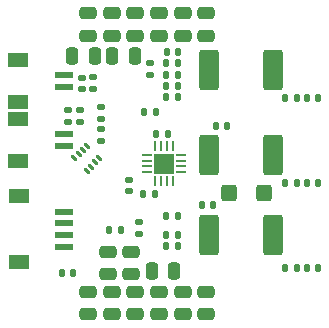
<source format=gbp>
G04 #@! TF.GenerationSoftware,KiCad,Pcbnew,7.0.7*
G04 #@! TF.CreationDate,2024-08-09T21:04:11-05:00*
G04 #@! TF.ProjectId,O32controller,4f333263-6f6e-4747-926f-6c6c65722e6b,3.1*
G04 #@! TF.SameCoordinates,Original*
G04 #@! TF.FileFunction,Paste,Bot*
G04 #@! TF.FilePolarity,Positive*
%FSLAX46Y46*%
G04 Gerber Fmt 4.6, Leading zero omitted, Abs format (unit mm)*
G04 Created by KiCad (PCBNEW 7.0.7) date 2024-08-09 21:04:11*
%MOMM*%
%LPD*%
G01*
G04 APERTURE LIST*
G04 Aperture macros list*
%AMRoundRect*
0 Rectangle with rounded corners*
0 $1 Rounding radius*
0 $2 $3 $4 $5 $6 $7 $8 $9 X,Y pos of 4 corners*
0 Add a 4 corners polygon primitive as box body*
4,1,4,$2,$3,$4,$5,$6,$7,$8,$9,$2,$3,0*
0 Add four circle primitives for the rounded corners*
1,1,$1+$1,$2,$3*
1,1,$1+$1,$4,$5*
1,1,$1+$1,$6,$7*
1,1,$1+$1,$8,$9*
0 Add four rect primitives between the rounded corners*
20,1,$1+$1,$2,$3,$4,$5,0*
20,1,$1+$1,$4,$5,$6,$7,0*
20,1,$1+$1,$6,$7,$8,$9,0*
20,1,$1+$1,$8,$9,$2,$3,0*%
G04 Aperture macros list end*
%ADD10RoundRect,0.135000X0.135000X0.185000X-0.135000X0.185000X-0.135000X-0.185000X0.135000X-0.185000X0*%
%ADD11RoundRect,0.140000X0.140000X0.170000X-0.140000X0.170000X-0.140000X-0.170000X0.140000X-0.170000X0*%
%ADD12RoundRect,0.250000X-0.475000X0.250000X-0.475000X-0.250000X0.475000X-0.250000X0.475000X0.250000X0*%
%ADD13RoundRect,0.135000X-0.135000X-0.185000X0.135000X-0.185000X0.135000X0.185000X-0.135000X0.185000X0*%
%ADD14RoundRect,0.140000X-0.140000X-0.170000X0.140000X-0.170000X0.140000X0.170000X-0.140000X0.170000X0*%
%ADD15RoundRect,0.250000X0.475000X-0.250000X0.475000X0.250000X-0.475000X0.250000X-0.475000X-0.250000X0*%
%ADD16RoundRect,0.135000X-0.185000X0.135000X-0.185000X-0.135000X0.185000X-0.135000X0.185000X0.135000X0*%
%ADD17RoundRect,0.050000X0.272236X-0.130815X-0.130815X0.272236X-0.272236X0.130815X0.130815X-0.272236X0*%
%ADD18RoundRect,0.140000X0.170000X-0.140000X0.170000X0.140000X-0.170000X0.140000X-0.170000X-0.140000X0*%
%ADD19RoundRect,0.140000X-0.170000X0.140000X-0.170000X-0.140000X0.170000X-0.140000X0.170000X0.140000X0*%
%ADD20RoundRect,0.250000X0.250000X0.475000X-0.250000X0.475000X-0.250000X-0.475000X0.250000X-0.475000X0*%
%ADD21R,1.550000X0.600000*%
%ADD22R,1.800000X1.200000*%
%ADD23RoundRect,0.250000X0.600000X1.450000X-0.600000X1.450000X-0.600000X-1.450000X0.600000X-1.450000X0*%
%ADD24RoundRect,0.250000X-0.400000X-0.450000X0.400000X-0.450000X0.400000X0.450000X-0.400000X0.450000X0*%
%ADD25R,0.812800X0.254000*%
%ADD26R,0.254000X0.812800*%
%ADD27R,1.701800X1.701800*%
%ADD28RoundRect,0.135000X0.185000X-0.135000X0.185000X0.135000X-0.185000X0.135000X-0.185000X-0.135000X0*%
G04 APERTURE END LIST*
D10*
X51135000Y-44350000D03*
X50115000Y-44350000D03*
D11*
X62985000Y-44450000D03*
X62025000Y-44450000D03*
X54080000Y-53500000D03*
X53120000Y-53500000D03*
D12*
X51500000Y-60850000D03*
X51500000Y-62750000D03*
D13*
X48140000Y-52550000D03*
X49160000Y-52550000D03*
D10*
X51135000Y-41510000D03*
X50115000Y-41510000D03*
D14*
X49270000Y-47450000D03*
X50230000Y-47450000D03*
D15*
X45500000Y-39150000D03*
X45500000Y-37250000D03*
X51500000Y-39150000D03*
X51500000Y-37250000D03*
D14*
X50145000Y-40550000D03*
X51105000Y-40550000D03*
D11*
X62980000Y-58850000D03*
X62020000Y-58850000D03*
D16*
X48700000Y-41490000D03*
X48700000Y-42510000D03*
D17*
X44453589Y-49542929D03*
X44100036Y-49896482D03*
X43746482Y-50250036D03*
X43392929Y-50603589D03*
X42346411Y-49557071D03*
X42699964Y-49203518D03*
X43053518Y-48849964D03*
X43407071Y-48496411D03*
D18*
X43000000Y-43680000D03*
X43000000Y-42720000D03*
D15*
X49500000Y-39150000D03*
X49500000Y-37250000D03*
D13*
X50115000Y-43400000D03*
X51135000Y-43400000D03*
D19*
X46950000Y-51370000D03*
X46950000Y-52330000D03*
D12*
X45500000Y-60850000D03*
X45500000Y-62750000D03*
D15*
X43500000Y-39150000D03*
X43500000Y-37250000D03*
X47500000Y-39150000D03*
X47500000Y-37250000D03*
D20*
X44050000Y-40900000D03*
X42150000Y-40900000D03*
D10*
X51110000Y-56000000D03*
X50090000Y-56000000D03*
D20*
X47450000Y-40900000D03*
X45550000Y-40900000D03*
D16*
X42800000Y-45490000D03*
X42800000Y-46510000D03*
D21*
X41500000Y-57050000D03*
X41500000Y-56050000D03*
X41500000Y-55050000D03*
X41500000Y-54050000D03*
D22*
X37625000Y-58350000D03*
X37625000Y-52750000D03*
D11*
X63000000Y-51650000D03*
X62040000Y-51650000D03*
D23*
X59150000Y-56050000D03*
X53750000Y-56050000D03*
D12*
X47500000Y-60850000D03*
X47500000Y-62750000D03*
D16*
X44550000Y-45190000D03*
X44550000Y-46210000D03*
D21*
X41480000Y-48500000D03*
X41480000Y-47500000D03*
D22*
X37605000Y-49800000D03*
X37605000Y-46200000D03*
D10*
X61160000Y-51650000D03*
X60140000Y-51650000D03*
D15*
X47150000Y-59350000D03*
X47150000Y-57450000D03*
D11*
X55250000Y-46850000D03*
X54290000Y-46850000D03*
D13*
X50115000Y-42460000D03*
X51135000Y-42460000D03*
D16*
X47850000Y-54940000D03*
X47850000Y-55960000D03*
D12*
X49500000Y-60850000D03*
X49500000Y-62750000D03*
D10*
X61160000Y-58850000D03*
X60140000Y-58850000D03*
D16*
X44550000Y-47090000D03*
X44550000Y-48110000D03*
D10*
X49260000Y-45650000D03*
X48240000Y-45650000D03*
D21*
X41480000Y-43500000D03*
X41480000Y-42500000D03*
D22*
X37605000Y-44800000D03*
X37605000Y-41200000D03*
D13*
X50090000Y-54400000D03*
X51110000Y-54400000D03*
D23*
X59150000Y-42050000D03*
X53750000Y-42050000D03*
D24*
X55450000Y-52500000D03*
X58350000Y-52500000D03*
D10*
X51110000Y-57000000D03*
X50090000Y-57000000D03*
D15*
X53500000Y-39150000D03*
X53500000Y-37250000D03*
D12*
X43500000Y-60850000D03*
X43500000Y-62750000D03*
D13*
X45290000Y-55650000D03*
X46310000Y-55650000D03*
D10*
X61165000Y-44450000D03*
X60145000Y-44450000D03*
D16*
X43950000Y-42690000D03*
X43950000Y-43710000D03*
D11*
X42210000Y-59250000D03*
X41250000Y-59250000D03*
D15*
X45150000Y-59350000D03*
X45150000Y-57450000D03*
D25*
X51384400Y-49237199D03*
X51384400Y-49737200D03*
X51384400Y-50237200D03*
X51384400Y-50737201D03*
D26*
X50686601Y-51435000D03*
X50186600Y-51435000D03*
X49686600Y-51435000D03*
X49186599Y-51435000D03*
D25*
X48488800Y-50737201D03*
X48488800Y-50237200D03*
X48488800Y-49737200D03*
X48488800Y-49237199D03*
D26*
X49186599Y-48539400D03*
X49686600Y-48539400D03*
X50186600Y-48539400D03*
X50686601Y-48539400D03*
D27*
X49936600Y-49987200D03*
D20*
X50800000Y-59100000D03*
X48900000Y-59100000D03*
D28*
X41800000Y-46510000D03*
X41800000Y-45490000D03*
D12*
X53500000Y-60850000D03*
X53500000Y-62750000D03*
D23*
X59150000Y-49250000D03*
X53750000Y-49250000D03*
M02*

</source>
